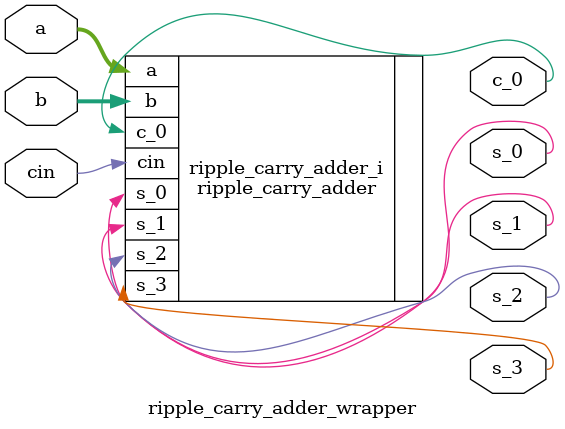
<source format=v>
`timescale 1 ps / 1 ps

module ripple_carry_adder_wrapper
   (a,
    b,
    c_0,
    cin,
    s_0,
    s_1,
    s_2,
    s_3);
  input [3:0]a;
  input [3:0]b;
  output c_0;
  input cin;
  output s_0;
  output s_1;
  output s_2;
  output s_3;

  wire [3:0]a;
  wire [3:0]b;
  wire c_0;
  wire cin;
  wire s_0;
  wire s_1;
  wire s_2;
  wire s_3;

  ripple_carry_adder ripple_carry_adder_i
       (.a(a),
        .b(b),
        .c_0(c_0),
        .cin(cin),
        .s_0(s_0),
        .s_1(s_1),
        .s_2(s_2),
        .s_3(s_3));
endmodule

</source>
